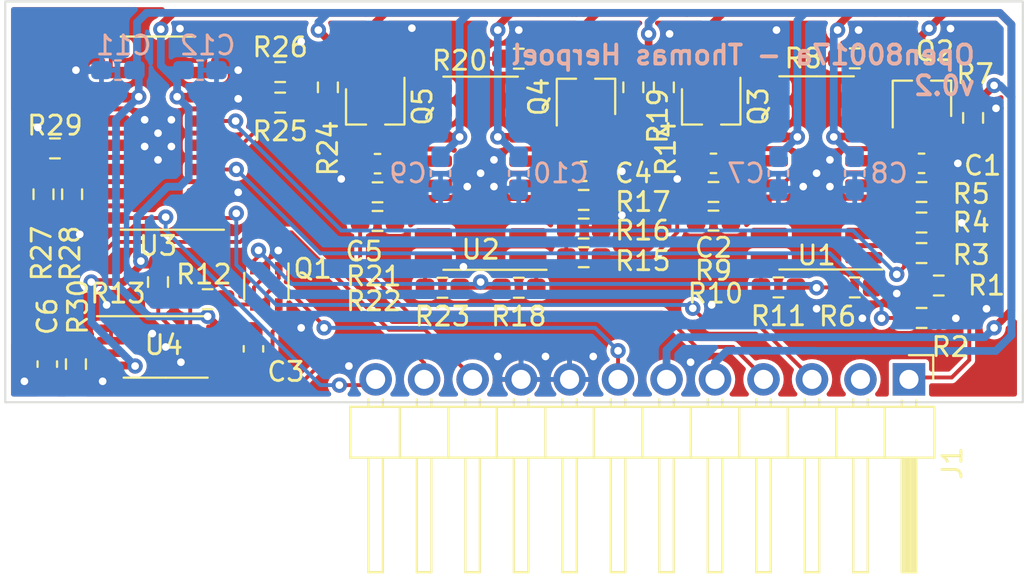
<source format=kicad_pcb>
(kicad_pcb (version 20240108) (generator "pcbnew") (generator_version "8.0")
  (title_block (comment 4 "AISLER Project ID: HVOPWVBR"))
  (layers (0 "F.Cu" signal) (1 "In1.Cu" signal) (2 "In2.Cu" signal) (31 "B.Cu" signal) (34 "B.Paste" user) (35 "F.Paste" user) (36 "B.SilkS" user "B.Silkscreen") (37 "F.SilkS" user "F.Silkscreen") (38 "B.Mask" user) (39 "F.Mask" user) (44 "Edge.Cuts" user))
  (net 0 "")
  (net 1 "Net-(Q2-G)")
  (net 2 "GND")
  (net 3 "Net-(Q3-G)")
  (net 4 "Net-(Q1A-C1)")
  (net 5 "Net-(C3-Pad2)")
  (net 6 "Net-(Q4-G)")
  (net 7 "Net-(Q5-G)")
  (net 8 "VCC")
  (net 9 "VEE")
  (net 10 "Net-(Q1A-E1)")
  (net 11 "IABC")
  (net 12 "VCF_CONT")
  (net 13 "Net-(Q2-S)")
  (net 14 "Net-(Q3-S)")
  (net 15 "Net-(Q4-S)")
  (net 16 "VCF_OUT")
  (net 17 "Net-(U3A-+)")
  (net 18 "VCF_IN")
  (net 19 "Net-(U1C--)")
  (net 20 "Net-(R6-Pad1)")
  (net 21 "Net-(U1A--)")
  (net 22 "Net-(R11-Pad1)")
  (net 23 "Net-(U2A--)")
  (net 24 "Net-(R18-Pad1)")
  (net 25 "Net-(U2C--)")
  (net 26 "Net-(R23-Pad1)")
  (net 27 "Net-(U3A--)")
  (net 28 "Net-(U3C--)")
  (net 29 "VCA_IN")
  (net 30 "Net-(U3C-+)")
  (net 35 "VCA_CONT")
  (net 38 "RESO_CONT")
  (net 39 "VCA_OUT")
  (net 41 "Net-(U4A-+)")
  (net 42 "Net-(U1-Pad7)")
  (net 43 "Net-(U1-Pad10)")
  (net 44 "Net-(U2-Pad7)")
  (net 45 "Net-(U2-Pad10)")
  (net 46 "Net-(U3-Pad7)")
  (net 47 "Net-(U3-Pad10)")
  (footprint "Resistor_SMD:R_0603_1608Metric_Pad0.98x0.95mm_HandSolder" (layer "F.Cu") (at 138.6 90.5825 180)
    (property "Reference" "R4")
    (property "Value" "560")
  )
  (footprint "Resistor_SMD:R_0603_1608Metric_Pad0.98x0.95mm_HandSolder" (layer "F.Cu") (at 107.5 83.5 90)
    (property "Reference" "R24")
    (property "Value" "15k")
  )
  (footprint "Resistor_SMD:R_0603_1608Metric_Pad0.98x0.95mm_HandSolder" (layer "F.Cu") (at 125.1 83.5 90)
    (property "Reference" "R14")
    (property "Value" "15k")
  )
  (footprint "Resistor_SMD:R_0603_1608Metric_Pad0.98x0.95mm_HandSolder" (layer "F.Cu") (at 117.5 82)
    (property "Reference" "R20")
    (property "Value" "68k")
  )
  (footprint "Capacitor_SMD:C_0603_1608Metric_Pad1.08x0.95mm_HandSolder" (layer "F.Cu") (at 103.6 97.2 90)
    (property "Reference" "C3")
    (property "Value" "47p")
  )
  (footprint "Resistor_SMD:R_0603_1608Metric_Pad0.98x0.95mm_HandSolder" (layer "F.Cu") (at 93.2 86.7 180)
    (property "Reference" "R29")
    (property "Value" "560")
  )
  (footprint "Resistor_SMD:R_0603_1608Metric_Pad0.98x0.95mm_HandSolder" (layer "F.Cu") (at 113.5 94)
    (property "Reference" "R23")
    (property "Value" "10k")
  )
  (footprint "Package_TO_SOT_SMD:TSOT-23" (layer "F.Cu") (at 121 84 90)
    (property "Reference" "Q4")
    (property "Value" "ZVP1320F")
  )
  (footprint "Package_SO:SOIC-16_3.9x9.9mm_P1.27mm" (layer "F.Cu") (at 115.5 88 180)
    (property "Reference" "U2")
    (property "Value" "LM13700")
  )
  (footprint "Connector_PinHeader_2.54mm:PinHeader_1x12_P2.54mm_Horizontal" (layer "F.Cu") (at 137.94 98.8 -90)
    (property "Reference" "J1")
    (property "Value" "Conn_01x12")
  )
  (footprint "Resistor_SMD:R_0603_1608Metric_Pad0.98x0.95mm_HandSolder" (layer "F.Cu") (at 120.9 90.9 180)
    (property "Reference" "R16")
    (property "Value" "560")
  )
  (footprint "Resistor_SMD:R_0603_1608Metric_Pad0.98x0.95mm_HandSolder" (layer "F.Cu") (at 92.6 89.1 -90)
    (property "Reference" "R27")
    (property "Value" "4.7k")
  )
  (footprint "Resistor_SMD:R_0603_1608Metric_Pad0.98x0.95mm_HandSolder" (layer "F.Cu") (at 94.1 89.1 -90)
    (property "Reference" "R28")
    (property "Value" "560")
  )
  (footprint "Capacitor_SMD:C_0603_1608Metric_Pad1.08x0.95mm_HandSolder" (layer "F.Cu") (at 138.6 87.4825)
    (property "Reference" "C1")
    (property "Value" "270p")
  )
  (footprint "Package_TO_SOT_SMD:TSOT-23" (layer "F.Cu") (at 110 84.5 -90)
    (property "Reference" "Q5")
    (property "Value" "ZVP1320F")
  )
  (footprint "Capacitor_SMD:C_0603_1608Metric_Pad1.08x0.95mm_HandSolder" (layer "F.Cu") (at 127.7 87.4825)
    (property "Reference" "C2")
    (property "Value" "270p")
  )
  (footprint "Capacitor_SMD:C_0603_1608Metric_Pad1.08x0.95mm_HandSolder" (layer "F.Cu") (at 92.8 98 90)
    (property "Reference" "C6")
    (property "Value" "47p")
  )
  (footprint "Resistor_SMD:R_0603_1608Metric_Pad0.98x0.95mm_HandSolder" (layer "F.Cu") (at 117.5 94 180)
    (property "Reference" "R18")
    (property "Value" "10k")
  )
  (footprint "Resistor_SMD:R_0603_1608Metric_Pad0.98x0.95mm_HandSolder" (layer "F.Cu") (at 98.6 93.7 -90)
    (property "Reference" "R13")
    (property "Value" "1.5M")
  )
  (footprint "Resistor_SMD:R_0603_1608Metric_Pad0.98x0.95mm_HandSolder" (layer "F.Cu") (at 105 84.3 180)
    (property "Reference" "R25")
    (property "Value" "100k")
  )
  (footprint "Package_TO_SOT_SMD:TSOT-23" (layer "F.Cu") (at 127.6 84.5 -90)
    (property "Reference" "Q3")
    (property "Value" "ZVP1320F")
  )
  (footprint "Resistor_SMD:R_0603_1608Metric_Pad0.98x0.95mm_HandSolder" (layer "F.Cu") (at 135.1 93.9825 180)
    (property "Reference" "R6")
    (property "Value" "10k")
  )
  (footprint "Resistor_SMD:R_0603_1608Metric_Pad0.98x0.95mm_HandSolder" (layer "F.Cu") (at 123.5 83.5 90)
    (property "Reference" "R19")
    (property "Value" "15k")
  )
  (footprint "Capacitor_SMD:C_0603_1608Metric_Pad1.08x0.95mm_HandSolder" (layer "F.Cu") (at 120.9 87.9 180)
    (property "Reference" "C4")
    (property "Value" "270p")
  )
  (footprint "Resistor_SMD:R_0603_1608Metric_Pad0.98x0.95mm_HandSolder" (layer "F.Cu") (at 110.1 90.5 180)
    (property "Reference" "R22")
    (property "Value" "68k")
  )
  (footprint "Resistor_SMD:R_0603_1608Metric_Pad0.98x0.95mm_HandSolder" (layer "F.Cu") (at 94.3 98 -90)
    (property "Reference" "R30")
    (property "Value" "47k")
  )
  (footprint "Package_SO:TSSOP-8_4.4x3mm_P0.65mm" (layer "F.Cu") (at 99 97.1)
    (property "Reference" "U4")
    (property "Value" "TL072")
  )
  (footprint "Resistor_SMD:R_0603_1608Metric_Pad0.98x0.95mm_HandSolder" (layer "F.Cu") (at 141.3 85.1 90)
    (property "Reference" "R7")
    (property "Value" "15k")
  )
  (footprint "Package_SO:SOIC-16_3.9x9.9mm_P1.27mm" (layer "F.Cu") (at 133.1 87.9825 180)
    (property "Reference" "U1")
    (property "Value" "LM13700")
  )
  (footprint "Resistor_SMD:R_0603_1608Metric_Pad0.98x0.95mm_HandSolder" (layer "F.Cu") (at 120.9 89.4)
    (property "Reference" "R17")
    (property "Value" "68k")
  )
  (footprint "Resistor_SMD:R_0603_1608Metric_Pad0.98x0.95mm_HandSolder" (layer "F.Cu") (at 105 82.7)
    (property "Reference" "R26")
    (property "Value" "1.5k")
  )
  (footprint "Resistor_SMD:R_0603_1608Metric_Pad0.98x0.95mm_HandSolder" (layer "F.Cu") (at 101.2 94.6)
    (property "Reference" "R12")
    (property "Value" "1.5k")
  )
  (footprint "Resistor_SMD:R_0603_1608Metric_Pad0.98x0.95mm_HandSolder" (layer "F.Cu") (at 131.1 93.9825)
    (property "Reference" "R11")
    (property "Value" "10k")
  )
  (footprint "Resistor_SMD:R_0603_1608Metric_Pad0.98x0.95mm_HandSolder" (layer "F.Cu") (at 110.1 89)
    (property "Reference" "R21")
    (property "Value" "560")
  )
  (footprint "Capacitor_SMD:C_0603_1608Metric_Pad1.08x0.95mm_HandSolder" (layer "F.Cu") (at 110.1 87.5)
    (property "Reference" "C5")
    (property "Value" "270p")
  )
  (footprint "Resistor_SMD:R_0603_1608Metric_Pad0.98x0.95mm_HandSolder" (layer "F.Cu") (at 138.6 88.9825 180)
    (property "Reference" "R5")
    (property "Value" "68k")
  )
  (footprint "Resistor_SMD:R_0603_1608Metric_Pad0.98x0.95mm_HandSolder" (layer "F.Cu") (at 135.1 81.9825)
    (property "Reference" "R8")
    (property "Value" "68k")
  )
  (footprint "Package_SO:SOIC-16_3.9x9.9mm_P1.27mm" (layer "F.Cu") (at 98.6 85.9 180)
    (property "Reference" "U3")
    (property "Value" "LM13700")
  )
  (footprint "Resistor_SMD:R_0603_1608Metric_Pad0.98x0.95mm_HandSolder" (layer "F.Cu") (at 138.6 92.1825)
    (property "Reference" "R3")
    (property "Value" "4.7k")
  )
  (footprint "Package_TO_SOT_SMD:SOT-363_SC-70-6" (layer "F.Cu") (at 104.275 93.925 -90)
    (property "Reference" "Q1")
    (property "Value" "MMDT3906")
  )
  (footprint "Resistor_SMD:R_0603_1608Metric_Pad0.98x0.95mm_HandSolder" (layer "F.Cu") (at 127.7 90.4825 180)
    (property "Reference" "R10")
    (property "Value" "68k")
  )
  (footprint "Resistor_SMD:R_0603_1608Metric_Pad0.98x0.95mm_HandSolder" (layer "F.Cu") (at 127.7 88.9825)
    (property "Reference" "R9")
    (property "Value" "560")
  )
  (footprint "Resistor_SMD:R_0603_1608Metric_Pad0.98x0.95mm_HandSolder" (layer "F.Cu") (at 138.602703 95.5825 180)
    (property "Reference" "R2")
    (property "Value" "1.5k")
  )
  (footprint "Resistor_SMD:R_0603_1608Metric_Pad0.98x0.95mm_HandSolder" (layer "F.Cu") (at 120.9 92.4)
    (property "Reference" "R15")
    (property "Value" "68k")
  )
  (footprint "Package_TO_SOT_SMD:TSOT-23" (layer "F.Cu") (at 138.6 84.1 90)
    (property "Reference" "Q2")
    (property "Value" "ZVP1320F")
  )
  (footprint "Resistor_SMD:R_0603_1608Metric_Pad0.98x0.95mm_HandSolder" (layer "F.Cu") (at 139.5 93.8825)
    (property "Reference" "R1")
    (property "Value" "24k")
  )
  (footprint "Capacitor_SMD:C_0603_1608Metric_Pad1.08x0.95mm_HandSolder" (layer "B.Cu") (at 100.8 82.6)
    (property "Reference" "C12")
    (property "Value" "100n")
  )
  (footprint "Capacitor_SMD:C_0603_1608Metric_Pad1.08x0.95mm_HandSolder" (layer "B.Cu") (at 117.5 88 -90)
    (property "Reference" "C10")
    (property "Value" "100n")
  )
  (footprint "Capacitor_SMD:C_0603_1608Metric_Pad1.08x0.95mm_HandSolder" (layer "B.Cu") (at 135.1 88 -90)
    (property "Reference" "C8")
    (property "Value" "100n")
  )
  (footprint "Capacitor_SMD:C_0603_1608Metric_Pad1.08x0.95mm_HandSolder" (layer "B.Cu") (at 131.1 88 90)
    (property "Reference" "C7")
    (property "Value" "100n")
  )
  (footprint "Capacitor_SMD:C_0603_1608Metric_Pad1.08x0.95mm_HandSolder" (layer "B.Cu") (at 96.5 82.6)
    (property "Reference" "C11")
    (property "Value" "100n")
  )
  (footprint "Capacitor_SMD:C_0603_1608Metric_Pad1.08x0.95mm_HandSolder" (layer "B.Cu") (at 113.4 88 90)
    (property "Reference" "C9")
    (property "Value" "100n")
  )
  (gr_rect (start 90.6 79) (end 143.9 100) (stroke (width 0.1)) (fill none) (layer "Edge.Cuts"))
  (gr_text "Open80017a - Thomas Herpoel\nv0.2" (at 141.5 84 0) (layer "B.SilkS") (effects (font (size 1 1) (thickness 0.2) (bold yes)) (justify left bottom mirror)))
  (segment (start 137.7375 87.4825) (end 135.71 87.4825) (width 0.2032) (layer "F.Cu") (net 1))
  (segment (start 137.6 87.345) (end 137.6 85.46) (width 0.2032) (layer "F.Cu") (net 1))
  (segment (start 137.7375 87.4825) (end 137.6 87.345) (width 0.2032) (layer "F.Cu") (net 1))
  (segment (start 137.6 85.46) (end 137.65 85.41) (width 0.2032) (layer "F.Cu") (net 1))
  (segment (start 135.71 87.4825) (end 135.575 87.3475) (width 0.2032) (layer "F.Cu") (net 1))
  (segment (start 134.2875 89.8875) (end 135.575 89.8875) (width 0.254) (layer "F.Cu") (net 2))
  (segment (start 91.6375 98.8625) (end 91.6 98.9) (width 0.2032) (layer "F.Cu") (net 2))
  (segment (start 92.2875 86.7) (end 92.2875 85.6125) (width 0.2032) (layer "F.Cu") (net 2))
  (segment (start 125.8 88.3) (end 126.105 88.3) (width 0.2032) (layer "F.Cu") (net 2))
  (segment (start 126.105 88.3) (end 126.7875 88.9825) (width 0.2032) (layer "F.Cu") (net 2))
  (segment (start 140.3782 95.5825) (end 140.3957 95.6) (width 0.2032) (layer "F.Cu") (net 2))
  (segment (start 114.8 88.7) (end 114.8 89.2) (width 0.2032) (layer "F.Cu") (net 2))
  (segment (start 114.095 89.905) (end 113.025 89.905) (width 0.2032) (layer "F.Cu") (net 2))
  (segment (start 95.6875 98.9125) (end 95.7 98.9) (width 0.2032) (layer "F.Cu") (net 2))
  (segment (start 116.2 88.7) (end 116.2 89.2) (width 0.2032) (layer "F.Cu") (net 2))
  (segment (start 104.852702 92.047298) (end 104.275 92.625) (width 0.2032) (layer "F.Cu") (net 2))
  (segment (start 108.2 88.3) (end 108.4375 88.3) (width 0.2032) (layer "F.Cu") (net 2))
  (segment (start 92.8 98.8625) (end 91.6375 98.8625) (width 0.2032) (layer "F.Cu") (net 2))
  (segment (start 94.1 90.0125) (end 94.1 90.8) (width 0.2032) (layer "F.Cu") (net 2))
  (segment (start 140.5 87.4825) (end 139.4625 87.4825) (width 0.254) (layer "F.Cu") (net 2))
  (segment (start 122.2 90.9) (end 122.9 90.2) (width 0.2032) (layer "F.Cu") (net 2))
  (segment (start 133.8 88.7) (end 133.8 89.4) (width 0.254) (layer "F.Cu") (net 2))
  (segment (start 125.8 88.3) (end 126.02 88.3) (width 0.2032) (layer "F.Cu") (net 2))
  (segment (start 105.9125 81.2875) (end 105.9125 82.7) (width 0.2032) (layer "F.Cu") (net 2))
  (segment (start 121.8125 90.9) (end 122.2 90.9) (width 0.2032) (layer "F.Cu") (net 2))
  (segment (start 140.6825 90.5825) (end 140.7 90.6) (width 0.2032) (layer "F.Cu") (net 2))
  (segment (start 139.5125 90.5825) (end 140.6825 90.5825) (width 0.2032) (layer "F.Cu") (net 2))
  (segment (start 121.7625 87.9) (end 122.9 87.9) (width 0.2032) (layer "F.Cu") (net 2))
  (segment (start 106.1 81.1) (end 105.9125 81.2875) (width 0.2032) (layer "F.Cu") (net 2))
  (segment (start 139.515203 95.5825) (end 140.3782 95.5825) (width 0.2032) (layer "F.Cu") (net 2))
  (segment (start 114.8 89.2) (end 114.095 89.905) (width 0.2032) (layer "F.Cu") (net 2))
  (segment (start 131.7125 89.8875) (end 130.625 89.8875) (width 0.254) (layer "F.Cu") (net 2))
  (segment (start 92.2875 85.6125) (end 92.3 85.6) (width 0.2032) (layer "F.Cu") (net 2))
  (segment (start 104.9 92.047298) (end 104.852702 92.047298) (width 0.2032) (layer "F.Cu") (net 2))
  (segment (start 132.4 88.7) (end 132.4 89.2) (width 0.254) (layer "F.Cu") (net 2))
  (segment (start 94.3 98.9125) (end 95.6875 98.9125) (width 0.2032) (layer "F.Cu") (net 2))
  (segment (start 108.4875 88.3) (end 109.1875 89) (width 0.2032) (layer "F.Cu") (net 2))
  (segment (start 108.2 88.3) (end 108.4875 88.3) (width 0.2032) (layer "F.Cu") (net 2))
  (segment (start 108.4375 88.3) (end 109.2375 87.5) (width 0.2032) (layer "F.Cu") (net 2))
  (segment (start 94.1 90.8) (end 94.5 91.2) (width 0.2032) (layer "F.Cu") (net 2))
  (segment (start 116.905 89.905) (end 117.975 89.905) (width 0.2032) (layer "F.Cu") (net 2))
  (segment (start 104.275 92.625) (end 104.275 92.975) (width 0.2032) (layer "F.Cu") (net 2))
  (segment (start 132.4 89.2) (end 131.7125 89.8875) (width 0.254) (layer "F.Cu") (net 2))
  (segment (start 126.02 88.3) (end 126.8375 87.4825) (width 0.2032) (layer "F.Cu") (net 2))
  (segment (start 116.2 89.2) (end 116.905 89.905) (width 0.2032) (layer "F.Cu") (net 2))
  (segment (start 133.8 89.4) (end 134.2875 89.8875) (width 0.254) (layer "F.Cu") (net 2))
  (via (at 140.5 87.4825) (size 0.8) (drill 0.4) (layers "F.Cu" "B.Cu") (net 2))
  (via (at 116.2 87.3) (size 0.8) (drill 0.4) (layers "F.Cu" "B.Cu") (net 2))
  (via (at 118.9 97.6) (size 0.8) (drill 0.4) (layers "F.Cu" "B.Cu") (net 2))
  (via (at 102.8 84.1) (size 0.8) (drill 0.4) (layers "F.Cu" "B.Cu") (net 2))
  (via (at 133.8 87.3) (size 0.8) (drill 0.4) (layers "F.Cu" "B.Cu") (net 2))
  (via (at 98.3 96.4) (size 0.8) (drill 0.4) (layers "F.Cu" "B.Cu") (net 2))
  (via (at 106.1 96.1) (size 0.8) (drill 0.4) (layers "F.Cu" "B.Cu") (net 2))
  (via (at 140.116908 80.422808) (size 0.8) (drill 0.4) (layers "F.Cu" "B.Cu") (net 2))
  (via (at 140.3957 95.6) (size 0.8) (drill 0.4) (layers "F.Cu" "B.Cu") (net 2))
  (via (at 91.6 98.9) (size 0.8) (drill 0.4) (layers "F.Cu" "B.Cu") (net 2))
  (via (at 133.1 95.1) (size 0.8) (drill 0.4) (layers "F.Cu" "B.Cu") (net 2))
  (via (at 108.2 88.3) (size 0.8) (drill 0.4) (layers "F.Cu" "B.Cu") (net 2))
  (via (at 99.749395 80.422705) (size 0.8) (drill 0.4) (layers "F.Cu" "B.Cu") (net 2))
  (via (at 127.602703 94.9) (size 0.8) (drill 0.4) (layers "F.Cu" "B.Cu") (net 2))
  (via (at 106.1 81.1) (size 0.8) (drill 0.4) (layers "F.Cu" "B.Cu") (net 2))
  (via (at 131 80.5) (size 0.8) (drill 0.4) (layers "F.Cu" "B.Cu") (net 2))
  (via (at 98.6 87.3) (size 0.8) (drill 0.4) (layers "F.Cu" "B.Cu") (net 2))
  (via (at 99.3 86.6) (size 0.8) (drill 0.4) (layers "F.Cu" "B.Cu") (net 2))
  (via (at 116.4 97.6) (size 0.8) (drill 0.4) (layers "F.Cu" "B.Cu") (net 2))
  (via (at 125.8 88.3) (size 0.8) (drill 0.4) (layers "F.Cu" "B.Cu") (net 2))
  (via (at 125.4 80.7) (size 0.8) (drill 0.4) (layers "F.Cu" "B.Cu") (net 2))
  (via (at 115.5 88) (size 0.8) (drill 0.4) (layers "F.Cu" "B.Cu") (net 2))
  (via (at 121.4 97.6) (size 0.8) (drill 0.4) (layers "F.Cu" "B.Cu") (net 2))
  (via (at 114.6 92.9) (size 0.8) (drill 0.4) (layers "F.Cu" "B.Cu") (net 2))
  (via (at 114.8 88.7) (size 0.8) (drill 0.4) (layers "F.Cu" "B.Cu") (net 2))
  (via (at 142 95.1) (size 0.8) (drill 0.4) (layers "F.Cu" "B.Cu") (net 2))
  (via (at 142.5 84.6) (size 0.8) (drill 0.4) (layers "F.Cu" "B.Cu") (net 2))
  (via (at 111.9 80.4) (size 0.8) (drill 0.4) (layers "F.Cu" "B.Cu") (net 2))
  (via (at 92.3 85.6) (size 0.8) (drill 0.4) (layers "F.Cu" "B.Cu") (net 2))
  (via (at 102.8 82.6) (size 0.8) (drill 0.4) (layers "F.Cu" "B.Cu") (net 2))
  (via (at 126.5 97.9) (size 0.8) (drill 0.4) (layers "F.Cu" "B.Cu") (net 2))
  (via (at 94.3 82.6) (size 0.8) (drill 0.4) (layers "F.Cu" "B.Cu") (net 2))
  (via (at 98.6 85.9) (size 0.8) (drill 0.4) (layers "F.Cu" "B.Cu") (net 2))
  (via (at 122.9 87.9) (size 0.8) (drill 0.4) (layers "F.Cu" "B.Cu") (net 2))
  (via (at 102.8 89) (size 0.8) (drill 0.4) (layers "F.Cu" "B.Cu") (net 2))
  (via (at 133.8 88.7) (size 0.8) (drill 0.4) (layers "F.Cu" "B.Cu") (net 2))
  (via (at 99.8 97.9) (size 0.8) (drill 0.4) (layers "F.Cu" "B.Cu") (net 2))
  (via (at 99.3 85.2) (size 0.8) (drill 0.4) (layers "F.Cu" "B.Cu") (net 2))
  (via (at 97.9 85.2) (size 0.8) (drill 0.4) (layers "F.Cu" "B.Cu") (net 2))
  (via (at 140.7 90.6) (size 0.8) (drill 0.4) (layers "F.Cu" "B.Cu") (net 2))
  (via (at 116.2 88.7) (size 0.8) (drill 0.4) (layers "F.Cu" "B.Cu") (net 2))
  (via (at 94.5 91.2) (size 0.8) (drill 0.4) (layers "F.Cu" "B.Cu") (net 2))
  (via (at 137.3 94.302703) (size 0.8) (drill 0.4) (layers "F.Cu" "B.Cu") (net 2))
  (via (at 104.9 92.047298) (size 0.8) (drill 0.4) (layers "F.Cu" "B.Cu") (net 2))
  (via (at 132.4 88.7) (size 0.8) (drill 0.4) (layers "F.Cu" "B.Cu") (net 2))
  (via (at 108.6 98.1) (size 0.8) (drill 0.4) (layers "F.Cu" "B.Cu") (net 2))
  (via (at 97.9 86.6) (size 0.8) (drill 0.4) (layers "F.Cu" "B.Cu") (net 2))
  (via (at 99 97.1) (size 0.8) (drill 0.4) (layers "F.Cu" "B.Cu") (net 2))
  (via (at 117.5 80.5) (size 0.8) (drill 0.4) (layers "F.Cu" "B.Cu") (net 2))
  (via (at 122.9 90.2) (size 0.8) (drill 0.4) (layers "F.Cu" "B.Cu") (net 2))
  (via (at 95.7 98.9) (size 0.8) (drill 0.4) (layers "F.Cu" "B.Cu") (net 2))
  (via (at 133.1 88) (size 0.8) (drill 0.4) (layers "F.Cu" "B.Cu") (net 2))
  (via (at 135.3 80.5) (size 0.8) (drill 0.4) (layers "F.Cu" "B.Cu") (net 2))
  (via (at 135.5 95.6) (size 0.8) (drill 0.4) (layers "F.Cu" "B.Cu") (net 2))
  (via (at 95.9059 94.9) (size 0.8) (drill 0.4) (layers "F.Cu" "B.Cu") (net 2))
  (segment (start 114.8 88.7) (end 114.6375 88.8625) (width 0.4064) (layer "B.Cu") (net 2))
  (segment (start 132.4 88.7) (end 132.2375 88.8625) (width 0.4064) (layer "B.Cu") (net 2))
  (segment (start 114.6375 88.8625) (end 113.4 88.8625) (width 0.4064) (layer "B.Cu") (net 2))
  (segment (start 133.9625 88.8625) (end 135.1 88.8625) (width 0.4064) (layer "B.Cu") (net 2))
  (segment (start 132.2375 88.8625) (end 131.1 88.8625) (width 0.4064) (layer "B.Cu") (net 2))
  (segment (start 116.2 88.7) (end 116.3625 88.8625) (width 0.4064) (layer "B.Cu") (net 2))
  (segment (start 116.3625 88.8625) (end 117.5 88.8625) (width 0.4064) (layer "B.Cu") (net 2))
  (segment (start 95.6375 82.6) (end 94.3 82.6) (width 0.4064) (layer "B.Cu") (net 2))
  (segment (start 133.8 88.7) (end 133.9625 88.8625) (width 0.4064) (layer "B.Cu") (net 2))
  (segment (start 101.6625 82.6) (end 102.8 82.6) (width 0.4064) (layer "B.Cu") (net 2))
  (segment (start 128.6975 87.3475) (end 128.5625 87.4825) (width 0.2032) (layer "F.Cu") (net 3))
  (segment (start 128.7 87.345) (end 128.5625 87.4825) (width 0.2032) (layer "F.Cu") (net 3))
  (segment (start 130.625 87.3475) (end 128.6975 87.3475) (width 0.2032) (layer "F.Cu") (net 3))
  (segment (start 128.7 83.34) (end 128.7 87.345) (width 0.2032) (layer "F.Cu") (net 3))
  (segment (start 128.55 83.19) (end 128.7 83.34) (width 0.2032) (layer "F.Cu") (net 3))
  (segment (start 101.8625 97.425) (end 100.625 97.425) (width 0.2032) (layer "F.Cu") (net 4))
  (segment (start 103.3 98.1) (end 103.7375 98.1) (width 0.2032) (layer "F.Cu") (net 4))
  (segment (start 104.6 97.5) (end 104.0375 98.0625) (width 0.2032) (layer "F.Cu") (net 4))
  (segment (start 102.625 97.425) (end 103.3 98.1) (width 0.2032) (layer "F.Cu") (net 4))
  (segment (start 104.6 96.3) (end 104.6 97.5) (width 0.2032) (layer "F.Cu") (net 4))
  (segment (start 104.925 95.975) (end 104.6 96.3) (width 0.2032) (layer "F.Cu") (net 4))
  (segment (start 104.0375 98.0625) (end 103.6 98.0625) (width 0.2032) (layer "F.Cu") (net 4))
  (segment (start 98.6125 95.4125) (end 98.6125 94.6) (width 0.2032) (layer "F.Cu") (net 4))
  (segment (start 101.8625 97.425) (end 102.625 97.425) (width 0.2032) (layer "F.Cu") (net 4))
  (segment (start 100.625 97.425) (end 98.6125 95.4125) (width 0.2032) (layer "F.Cu") (net 4))
  (segment (start 104.925 94.875) (end 104.925 95.975) (width 0.2032) (layer "F.Cu") (net 4))
  (segment (start 100.2875 94.6) (end 100.2875 95.9875) (width 0.2032) (layer "F.Cu") (net 5))
  (segment (start 101.8625 96.775) (end 103.1625 96.775) (width 0.2032) (layer "F.Cu") (net 5))
  (segment (start 101.075 96.775) (end 101.8625 96.775) (width 0.2032) (layer "F.Cu") (net 5))
  (segment (start 103.1625 96.775) (end 103.6 96.3375) (width 0.2032) (layer "F.Cu") (net 5))
  (segment (start 100.2875 95.9875) (end 101.075 96.775) (width 0.2032) (layer "F.Cu") (net 5))
  (segment (start 119.4 87.9) (end 120.0375 87.9) (width 0.2032) (layer "F.Cu") (net 6))
  (segment (start 118.865 87.365) (end 119.4 87.9) (width 0.2032) (layer "F.Cu") (net 6))
  (segment (start 120.05 85.31) (end 120.05 87.8875) (width 0.2032) (layer "F.Cu") (net 6))
  (segment (start 120.05 87.8875) (end 120.0375 87.9) (width 0.2032) (layer "F.Cu") (net 6))
  (segment (start 117.975 87.365) (end 118.865 87.365) (width 0.2032) (layer "F.Cu") (net 6))
  (segment (start 111.1 83.34) (end 110.95 83.19) (width 0.2032) (layer "F.Cu") (net 7))
  (segment (start 111.1 87.3625) (end 111.1 83.34) (width 0.2032) (layer "F.Cu") (net 7))
  (segment (start 113.025 87.365) (end 111.0975 87.365) (width 0.2032) (layer "F.Cu") (net 7))
  (segment (start 111.0975 87.365) (end 110.9625 87.5) (width 0.2032) (layer "F.Cu") (net 7))
  (segment (start 110.9625 87.5) (end 111.1 87.3625) (width 0.2032) (layer "F.Cu") (net 7))
  (segment (start 107.5 82.5875) (end 107.5 81) (width 0.4064) (layer "F.Cu") (net 8))
  (segment (start 141.6125 84.1875) (end 142.4 83.4) (width 0.4064) (layer "F.Cu") (net 8))
  (segment (start 114.395 86.095) (end 114.4 86.1) (width 0.4064) (layer "F.Cu") (net 8))
  (segment (start 132.0732 86.0775) (end 132.0957 86.1) (width 0.4064) (layer "F.Cu") (net 8))
  (segment (start 101.8625 96.125) (end 101.825 96.125) (width 0.4064) (layer "F.Cu") (net 8))
  (segment (start 107.5 81) (end 107 80.5) (width 0.4064) (layer "F.Cu") (net 8))
  (segment (start 130.625 86.0775) (end 132.0732 86.0775) (width 0.4064) (layer "F.Cu") (net 8))
  (segment (start 101.825 96.125) (end 101.2 95.5) (width 0.4064) (layer "F.Cu") (net 8))
  (segment (start 97.5907 83.995) (end 96.125 83.995) (width 0.4064) (layer "F.Cu") (net 8))
  (segment (start 124.3 81.7875) (end 123.5 82.5875) (width 0.4064) (layer "F.Cu") (net 8))
  (segment (start 113.025 86.095) (end 114.395 86.095) (width 0.4064) (layer "F.Cu") (net 8))
  (segment (start 125.1 82.5875) (end 124.3 81.7875) (width 0.4064) (layer "F.Cu") (net 8))
  (segment (start 124.3 80.7) (end 124.3 81.7875) (width 0.4064) (layer "F.Cu") (net 8))
  (segment (start 141.3 84.1875) (end 141.6125 84.1875) (width 0.4064) (layer "F.Cu") (net 8))
  (via (at 142.4 83.4) (size 0.8) (drill 0.4) (layers "F.Cu" "B.Cu") (net 8))
  (via (at 114.4 86.1) (size 0.8) (drill 0.4) (layers "F.Cu" "B.Cu") (net 8))
  (via (at 101.2 95.5) (size 0.8) (drill 0.4) (layers "F.Cu" "B.Cu") (net 8))
  (via (at 132.0957 86.1) (size 0.8) (drill 0.4) (layers "F.Cu" "B.Cu") (net 8))
  (via (at 97.5907 83.995) (size 0.8) (drill 0.4) (layers "F.Cu" "B.Cu") (net 8))
  (via (at 107 80.5) (size 0.8) (drill 0.4) (layers "F.Cu" "B.Cu") (net 8))
  (via (at 124.3 80.7) (size 0.8) (drill 0.4) (layers "F.Cu" "B.Cu") (net 8))
  (segment (start 120.3 79.6) (end 118.5 79.6) (width 0.4064) (layer "B.Cu") (net 8))
  (segment (start 142.4 83.4) (end 142.7096 83.4) (width 0.4064) (layer "B.Cu") (net 8))
  (segment (start 132.5 79.6) (end 127.1 79.6) (width 0.4064) (layer "B.Cu") (net 8))
  (segment (start 114.4 86.1375) (end 113.4 87.1375) (width 0.4064) (layer "B.Cu") (net 8))
  (segment (start 114.4 86.1) (end 114.4 86.1375) (width 0.4064) (layer "B.Cu") (net 8))
  (segment (start 107.5 79.6) (end 98.1 79.6) (width 0.4064) (layer "B.Cu") (net 8))
  (segment (start 142.7 79.6) (end 137.5 79.6) (width 0.4064) (layer "B.Cu") (net 8))
  (segment (start 128.4 97.3) (end 133 97.3) (width 0.4064) (layer "B.Cu") (net 8))
  (segment (start 98 79.6) (end 98.1 79.6) (width 0.4064) (layer "B.Cu") (net 8))
  (segment (start 127.78 97.92) (end 128.4 97.3) (width 0.4064) (layer "B.Cu") (net 8))
  (segment (start 97.5 80.1) (end 97.5 82.4625) (width 0.4064) (layer "B.Cu") (net 8))
  (segment (start 98.1 95.5) (end 101.2 95.5) (width 0.4064) (layer "B.Cu") (net 8))
  (segment (start 127.1 79.6) (end 124.8 79.6) (width 0.4064) (layer "B.Cu") (net 8))
  (segment (start 136.2 79.6) (end 132.5 79.6) (width 0.4064) (layer "B.Cu") (net 8))
  (segment (start 131.1 87.0957) (end 132.0957 86.1) (width 0.4064) (layer "B.Cu") (net 8))
  (segment (start 124.3 80.1) (end 124.8 79.6) (width 0.4064) (layer "B.Cu") (net 8))
  (segment (start 133.0096 97.3096) (end 142.4904 97.3096) (width 0.4064) (layer "B.Cu") (net 8))
  (segment (start 142.4904 97.3096) (end 143.3096 96.4904) (width 0.4064) (layer "B.Cu") (net 8))
  (segment (start 107 80.5) (end 107 80.1) (width 0.4064) (layer "B.Cu") (net 8))
  (segment (start 124.3 80.7) (end 124.3 80.1) (width 0.4064) (layer "B.Cu") (net 8))
  (segment (start 97.5 80.1) (end 98 79.6) (width 0.4064) (layer "B.Cu") (net 8))
  (segment (start 118.5 79.6) (end 114.9 79.6) (width 0.4064) (layer "B.Cu") (net 8))
  (segment (start 107 80.1) (end 107.5 79.6) (width 0.4064) (layer "B.Cu") (net 8))
  (segment (start 96.4 93.8) (end 98.1 95.5) (width 0.4064) (layer "B.Cu") (net 8))
  (segment (start 124.8 79.6) (end 120.3 79.6) (width 0.4064) (layer "B.Cu") (net 8))
  (segment (start 114.9 79.6) (end 109.5 79.6) (width 0.4064) (layer "B.Cu") (net 8))
  (segment (start 142.7096 83.4) (end 143.3096 84) (width 0.4064) (layer "B.Cu") (net 8))
  (segment (start 132.0957 80.0043) (end 132.5 79.6) (width 0.4064) (layer "B.Cu") (net 8))
  (segment (start 132.0957 86.1) (end 132.0957 80.0043) (width 0.4064) (layer "B.Cu") (net 8))
  (segment (start 109.5 79.6) (end 107.5 79.6) (width 0.4064) (layer "B.Cu") (net 8))
  (segment (start 143.3096 80.2096) (end 142.7 79.6) (width 0.4064) (layer "B.Cu") (net 8))
  (segment (start 97.5907 83.995) (end 96.4 85.1857) (width 0.4064) (layer "B.Cu") (net 8))
  (segment (start 131.1 87.1375) (end 131.1 87.0957) (width 0.4064) (layer "B.Cu") (net 8))
  (segment (start 137.5 79.6) (end 136.2 79.6) (width 0.4064) (layer "B.Cu") (net 8))
  (segment (start 114.4 86.1) (end 114.4 80.1) (width 0.4064) (layer "B.Cu") (net 8))
  (segment (start 97.5907 82.8282) (end 97.3625 82.6) (width 0.4064) (layer "B.Cu") (net 8))
  (segment (start 97.5 82.4625) (end 97.3625 82.6) (width 0.4064) (layer "B.Cu") (net 8))
  (segment (start 133 97.3) (end 133.0096 97.3096) (width 0.4064) (layer "B.Cu") (net 8))
  (segment (start 143.3096 96.4904) (end 143.3096 84) (width 0.4064) (layer "B.Cu") (net 8))
  (segment (start 114.4 80.1) (end 114.9 79.6) (width 0.4064) (layer "B.Cu") (net 8))
  (segment (start 97.5907 83.995) (end 97.5907 82.8282) (width 0.4064) (layer "B.Cu") (net 8))
  (segment (start 96.4 85.1857) (end 96.4 93.8) (width 0.4064) (layer "B.Cu") (net 8))
  (segment (start 127.78 98.7) (end 127.78 97.92) (width 0.4064) (layer "B.Cu") (net 8))
  (segment (start 143.3096 84) (end 143.3096 80.2096) (width 0.4064) (layer "B.Cu") (net 8))
  (segment (start 120.9 79.6) (end 120.5059 79.6) (width 0.4064) (layer "F.Cu") (net 9))
  (segment (start 138.6 80.8) (end 138.6 82.79) (width 0.4064) (layer "F.Cu") (net 9))
  (segment (start 137.9096 79.6) (end 134.9 79.6) (width 0.4064) (layer "F.Cu") (net 9))
  (segment (start 121 82.69) (end 121 80.2) (width 0.4064) (layer "F.Cu") (net 9))
  (segment (start 139.8 79.6) (end 139.9 79.6) (width 0.4064) (layer "F.Cu") (net 9))
  (segment (start 116.4 80.3) (end 117.1 79.6) (width 0.4064) (layer "F.Cu") (net 9))
  (segment (start 128.2 79.6) (end 126.3 79.6) (width 0.4064) (layer "F.Cu") (net 9))
  (segment (start 97.375 98.075) (end 96.1375 98.075) (width 0.4064) (layer "F.Cu") (net 9))
  (segment (start 139 79.6) (end 137.9096 79.6) (width 0.4064) (layer "F.Cu") (net 9))
  (segment (start 138.9941 80.4059) (end 139.8 79.6) (width 0.4064) (layer "F.Cu") (net 9))
  (segment (start 110 85.81) (end 110 80.1) (width 0.4064) (layer "F.Cu") (net 9))
  (segment (start 134.2 80.3) (end 134.9 79.6) (width 0.4064) (layer "F.Cu") (net 9))
  (segment (start 121.4 79.6) (end 120.9 79.6) (width 0.4064) (layer "F.Cu") (net 9))
  (segment (start 142.7 79.6) (end 139.9 79.6) (width 0.4064) (layer "F.Cu") (net 9))
  (segment (start 110.5 79.6) (end 106.8 79.6) (width 0.4064) (layer "F.Cu") (net 9))
  (segment (start 120.5059 79.6) (end 117.1 79.6) (width 0.4064) (layer "F.Cu") (net 9))
  (segment (start 139.9 79.6) (end 139 79.6) (width 0.4064) (layer "F.Cu") (net 9))
  (segment (start 126.3 79.6) (end 121.4 79.6) (width 0.4064) (layer "F.Cu") (net 9))
  (segment (start 117.975 86.095) (end 116.405 86.095) (width 0.4064) (layer "F.Cu") (net 9))
  (segment (start 96.8 93.7) (end 95.1 93.7) (width 0.4064) (layer "F.Cu") (net 9))
  (segment (start 117.1 79.6) (end 110.5 79.6) (width 0.4064) (layer "F.Cu") (net 9))
  (segment (start 110 80.1) (end 110.5 79.6) (width 0.4064) (layer "F.Cu") (net 9))
  (segment (start 99.6 83.995) (end 101.075 83.995) (width 0.4064) (layer "F.Cu") (net 9))
  (segment (start 142.4 96.1) (end 143.3 95.2) (width 0.4064) (layer "F.Cu") (net 9))
  (segment (start 127.6 85.81) (end 127.6 80.2) (width 0.4064) (layer "F.Cu") (net 9))
  (segment (start 127.6 80.2) (end 128.2 79.6) (width 0.4064) (layer "F.Cu") (net 9))
  (segment (start 97.4 98.1) (end 97.375 98.075) (width 0.4064) (layer "F.Cu") (net 9))
  (segment (start 134.2 80.5) (end 134.2 80.3) (width 0.4064) (layer "F.Cu") (net 9))
  (segment (start 99.401931 79.6) (end 106.8 79.6) (width 0.4064) (layer "F.Cu") (net 9))
  (segment (start 134.0225 86.0775) (end 134 86.1) (width 0.4064) (layer "F.Cu") (net 9))
  (segment (start 134.9 79.6) (end 128.2 79.6) (width 0.4064) (layer "F.Cu") (net 9))
  (segment (start 97.7 92.6) (end 97.8875 92.7875) (width 0.4064) (layer "F.Cu") (net 9))
  (segment (start 98.747269 80.4567) (end 98.747269 80.254662) (width 0.4064) (layer "F.Cu") (net 9))
  (segment (start 143.3 95.2) (end 143.3 80.2) (width 0.4064) (layer "F.Cu") (net 9))
  (segment (start 98.747269 80.254662) (end 99.401931 79.6) (width 0.4064) (layer "F.Cu") (net 9))
  (segment (start 97.7 92.6) (end 97.7 92.8) (width 0.4064) (layer "F.Cu") (net 9))
  (segment (start 116.405 86.095) (end 116.4 86.1) (width 0.4064) (layer "F.Cu") (net 9))
  (segment (start 116.4 80.5) (end 116.4 80.3) (width 0.4064) (layer "F.Cu") (net 9))
  (segment (start 97.7 92.8) (end 96.8 93.7) (width 0.4064) (layer "F.Cu") (net 9))
  (segment (start 138.9941 80.4059) (end 138.6 80.8) (width 0.4064) (layer "F.Cu") (net 9))
  (segment (start 143.3 80.2) (end 142.7 79.6) (width 0.4064) (layer "F.Cu") (net 9))
  (segment (start 97.8875 92.7875) (end 98.6 92.7875) (width 0.4064) (layer "F.Cu") (net 9))
  (segment (start 135.575 86.0775) (end 134.0225 86.0775) (width 0.4064) (layer "F.Cu") (net 9))
  (segment (start 121 80.2) (end 121.6 79.6) (width 0.4064) (layer "F.Cu") (net 9))
  (via (at 138.9941 80.4059) (size 0.8) (drill 0.4) (layers "F.Cu" "B.Cu") (net 9))
  (via (at 116.4 80.5) (size 0.8) (drill 0.4) (layers "F.Cu" "B.Cu") (net 9))
  (via (at 142.4 96.1) (size 0.8) (drill 0.4) (layers "F.Cu" "B.Cu") (net 9))
  (via (at 98.747269 80.4567) (size 0.8) (drill 0.4) (layers "F.Cu" "B.Cu") (net 9))
  (via (at 134 86.1) (size 0.8) (drill 0.4) (layers "F.Cu" "B.Cu") (net 9))
  (via (at 116.4 86.1) (size 0.8) (drill 0.4) (layers "F.Cu" "B.Cu") (net 9))
  (via (at 134.2 80.5) (size 0.8) (drill 0.4) (layers "F.Cu" "B.Cu") (net 9))
  (via (at 95.1 93.7) (size 0.8) (drill 0.4) (layers "F.Cu" "B.Cu") (net 9))
  (via (at 97.7 92.6) (size 0.8) (drill 0.4) (layers "F.Cu" "B.Cu") (net 9))
  (via (at 97.4 98.1) (size 0.8) (drill 0.4) (layers "F.Cu" "B.Cu") (net 9))
  (via (at 99.6 83.995) (size 0.8) (drill 0.4) (layers "F.Cu" "B.Cu") (net 9))
  (segment (start 98.747269 82.347269) (end 99 82.6) (width 0.4064) (layer "B.Cu") (net 9))
  (segment (start 116.4625 86.1) (end 117.5 87.1375) (width 0.4064) (layer "B.Cu") (net 9))
  (segment (start 99 82.6) (end 99.9375 82.6) (width 0.4064) (layer "B.Cu") (net 9))
  (segment (start 116.4 86.1) (end 116.4625 86.1) (width 0.4064) (layer "B.Cu") (net 9))
  (segment (start 135.1 87.1375) (end 135.0375 87.1375) (width 0.4064) (layer "B.Cu") (net 9))
  (segment (start 95.1 93.7) (end 95.1 95.8) (width 0.4064) (layer "B.Cu") (net 9))
  (segment (start 100.2064 88.234022) (end 100.2064 84.6014) (width 0.4064) (layer "B.Cu") (net 9))
  (segment (start 97.5 92.4) (end 97.5 90.3) (width 0.4064) (layer "B.Cu") (net 9))
  (segment (start 116.4 86.1) (end 116.4 80.5) (width 0.4064) (layer "B.Cu") (net 9))
  (segment (start 100.2064 84.6014) (end 99.6 83.995) (width 0.4064) (layer "B.Cu") (net 9))
  (segment (start 142.4 96.1) (end 141.9112 96.5888) (width 0.4064) (layer "B.Cu") (net 9))
  (segment (start 125.9112 96.5888) (end 125.24 97.26) (width 0.4064) (layer "B.Cu") (net 9))
  (segment (start 99.0936 88.7064) (end 99.734022 88.7064) (width 0.4064) (layer "B.Cu") (net 9))
  (segment (start 134 86.1) (end 134 80.7) (width 0.4064) (layer "B.Cu") (net 9))
  (segment (start 99.6 83.2) (end 99 82.6) (width 0.4064) (layer "B.Cu") (net 9))
  (segment (start 135.0375 87.1375) (end 134 86.1) (width 0.4064) (layer "B.Cu") (net 9))
  (segment (start 95.1 95.8) (end 97.4 98.1) (width 0.4064) (layer "B.Cu") (net 9))
  (segment (start 141.9112 96.5888) (end 125.9112 96.5888) (width 0.4064) (layer "B.Cu") (net 9))
  (segment (start 98.747269 80.4567) (end 98.747269 82.347269) (width 0.4064) (layer "B.Cu") (net 9))
  (segment (start 97.7 92.6) (end 97.5 92.4) (width 0.4064) (layer "B.Cu") (net 9))
  (segment (start 125.24 97.26) (end 125.24 98.7) (width 0.4064) (layer "B.Cu") (net 9))
  (segment (start 134 80.7) (end 134.2 80.5) (width 0.4064) (layer "B.Cu") (net 9))
  (segment (start 99.734022 88.7064) (end 100.2064 88.234022) (width 0.4064) (layer "B.Cu") (net 9))
  (segment (start 97.5 90.3) (end 99.0936 88.7064) (width 0.4064) (layer "B.Cu") (net 9))
  (segment (start 99.6 83.995) (end 99.6 83.2) (width 0.4064) (layer "B.Cu") (net 9))
  (segment (start 104.925 92.975) (end 104.925 93.5032) (width 0.2032) (layer "F.Cu") (net 10))
  (segment (start 103.625 94.875) (end 102.3875 94.875) (width 0.2032) (layer "F.Cu") (net 10))
  (segment (start 103.625 93.975) (end 103.625 94.875) (width 0.2032) (layer "F.Cu") (net 10))
  (segment (start 104.925 93.5032) (end 104.8032 93.625) (width 0.2032) (layer "F.Cu") (net 10))
  (segment (start 104.8032 93.625) (end 103.975 93.625) (width 0.2032) (layer "F.Cu") (net 10))
  (segment (start 103.975 93.625) (end 103.625 93.975) (width 0.2032) (layer "F.Cu") (net 10))
  (segment (start 102.3875 94.875) (end 102.1125 94.6) (width 0.2032) (layer "F.Cu") (net 10))
  (segment (start 132.0125 93.9825) (end 133.1 94) (width 0.2032) (layer "F.Cu") (net 11))
  (segment (start 103.864606 92.3452) (end 103.625 92.584806) (width 0.2032) (layer "F.Cu") (net 11))
  (segment (start 134.1875 93.9825) (end 133.1 93.9825) (width 0.2032) (layer "F.Cu") (net 11))
  (segment (start 133.1 94) (end 133.1 93.9825) (width 0.2032) (layer "F.Cu") (net 11))
  (segment (start 114.4125 94) (end 115.5 94) (width 0.2032) (layer "F.Cu") (net 11))
  (segment (start 115.5 94) (end 116.5875 94) (width 0.2032) (layer "F.Cu") (net 11))
  (segment (start 115.5 94) (end 115.5 93.7) (width 0.2032) (layer "F.Cu") (net 11))
  (segment (start 103.864606 92.039362) (end 103.864606 92.3452) (width 0.2032) (layer "F.Cu") (net 11))
  (segment (start 103.625 92.584806) (end 103.625 92.975) (width 0.2032) (layer "F.Cu") (net 11))
  (via (at 103.864606 92.039362) (size 0.8) (drill 0.4) (layers "F.Cu" "B.Cu") (net 11))
  (via (at 115.5 93.7) (size 0.8) (drill 0.4) (layers "F.Cu" "B.Cu") (net 11))
  (via (at 133.1 94) (size 0.8) (drill 0.4) (layers "F.Cu" "B.Cu") (net 11))
  (segment (start 115.4 93.8) (end 105.6 93.8) (width 0.2032) (layer "B.Cu") (net 11))
  (segment (start 132.9 93.8) (end 133.1 94) (width 0.2032) (layer "B.Cu") (net 11))
  (segment (start 103.864606 92.064606) (end 103.864606 92.039362) (width 0.2032) (layer "B.Cu") (net 11))
  (segment (start 115.7 93.8) (end 132.9 93.8) (width 0.2032) (layer "B.Cu") (net 11))
  (segment (start 105.6 93.8) (end 103.864606 92.064606) (width 0.2032) (layer "B.Cu") (net 11))
  (segment (start 115.5 93.7) (end 115.4 93.8) (width 0.2032) (layer "B.Cu") (net 11))
  (segment (start 115.6 93.7) (end 115.7 93.8) (width 0.2032) (layer "B.Cu") (net 11))
  (segment (start 115.5 93.7) (end 115.6 93.7) (width 0.2032) (layer "B.Cu") (net 11))
  (segment (start 104.275 94.325) (end 104.275 94.875) (width 0.2032) (layer "F.Cu") (net 12))
  (segment (start 122.7 98.7) (end 122.7 97.3) (width 0.2032) (layer "F.Cu") (net 12))
  (segment (start 107.3 96.1) (end 107.3 96) (width 0.2032) (layer "F.Cu") (net 12))
  (segment (start 105.425 94.125) (end 104.475 94.125) (width 0.2032) (layer "F.Cu") (net 12))
  (segment (start 107.3 96) (end 105.425 94.125) (width 0.2032) (layer "F.Cu") (net 12))
  (segment (start 104.475 94.125) (end 104.275 94.325) (width 0.2032) (layer "F.Cu") (net 12))
  (via (at 122.7 97.3) (size 0.8) (drill 0.4) (layers "F.Cu" "B.Cu") (net 12))
  (via (at 107.3 96.1) (size 0.8) (drill 0.4) (layers "F.Cu" "B.Cu") (net 12))
  (segment (start 107.3 96.1) (end 121.5 96.1) (width 0.2032) (layer "B.Cu") (net 12))
  (segment (start 121.5 96.1) (end 122.7 97.3) (width 0.2032) (layer "B.Cu") (net 12))
  (segment (start 139.5125 88.9825) (end 140.6 88.9825) (width 0.2032) (layer "F.Cu") (net 13))
  (segment (start 140.6975 85.41) (end 139.44 85.41) (width 0.2032) (layer "F.Cu") (net 13))
  (segment (start 140.6 88.9825) (end 141.3 88.2825) (width 0.2032) (layer "F.Cu") (net 13))
  (segment (start 139.44 85.41) (end 136.0125 81.9825) (width 0.2032) (layer "F.Cu") (net 13))
  (segment (start 141.3 88.2825) (end 141.3 85.995) (width 0.2032) (layer "F.Cu") (net 13))
  (segment (start 141.3 86.0125) (end 140.6975 85.41) (width 0.2032) (layer "F.Cu") (net 13))
  (segment (start 141.3 85.995) (end 141.3125 85.9825) (width 0.2032) (layer "F.Cu") (net 13))
  (segment (start 126.7875 90.4825) (end 126.3 90.4825) (width 0.2032) (layer "F.Cu") (net 14))
  (segment (start 125.1 84.4125) (end 125.4275 84.4125) (width 0.2032) (layer "F.Cu") (net 14))
  (segment (start 125.8 89.9825) (end 125.8 89.6) (width 0.2032) (layer "F.Cu") (net 14))
  (segment (start 121.8125 92.4) (end 124.5 92.4) (width 0.2032) (layer "F.Cu") (net 14))
  (segment (start 125.0952 88.8952) (end 125.0952 88.008062) (width 0.2032) (layer "F.Cu") (net 14))
  (segment (start 126.3 90.4825) (end 125.8 89.9825) (width 0.2032) (layer "F.Cu") (net 14))
  (segment (start 125.1 88.003262) (end 125.1 84.4125) (width 0.2032) (layer "F.Cu") (net 14))
  (segment (start 125.8 91.1) (end 125.8 89.6) (width 0.2032) (layer "F.Cu") (net 14))
  (segment (start 125.4275 84.4125) (end 126.65 83.19) (width 0.2032) (layer "F.Cu") (net 14))
  (segment (start 125.0952 88.008062) (end 125.1 88.003262) (width 0.2032) (layer "F.Cu") (net 14))
  (segment (start 124.5 92.4) (end 125.8 91.1) (width 0.2032) (layer "F.Cu") (net 14))
  (segment (start 125.8 89.6) (end 125.0952 88.8952) (width 0.2032) (layer "F.Cu") (net 14))
  (segment (start 123.6048 87) (end 123.6048 86.3123) (width 0.2032) (layer "F.Cu") (net 15))
  (segment (start 122.6025 85.31) (end 123.5 84.4125) (width 0.2032) (layer "F.Cu") (net 15))
  (segment (start 123.6048 88.6952) (end 123.6048 86.9648) (width 0.2032) (layer "F.Cu") (net 15))
  (segment (start 123.6048 86.3123) (end 122.6025 85.31) (width 0.2032) (layer "F.Cu") (net 15))
  (segment (start 121.95 85.31) (end 122.6025 85.31) (width 0.2032) (layer "F.Cu") (net 15))
  (segment (start 123.6048 88.6952) (end 122.9 89.4) (width 0.2032) (layer "F.Cu") (net 15))
  (segment (start 118.64 82) (end 121.95 85.31) (width 0.2032) (layer "F.Cu") (net 15))
  (segment (start 118.4125 82) (end 118.64 82) (width 0.2032) (layer "F.Cu") (net 15))
  (segment (start 122.9 89.4) (end 121.8125 89.4) (width 0.2032) (layer "F.Cu") (net 15))
  (segment (start 108.7 90.5) (end 107.4952 89.2952) (width 0.2032) (layer "F.Cu") (net 16))
  (segment (start 107.4952 89.2952) (end 107.4952 84.4173) (width 0.2032) (layer "F.Cu") (net 16))
  (segment (start 111.7 95.3) (end 125 95.3) (width 0.2032) (layer "F.Cu") (net 16))
  (segment (start 108.3875 84.4125) (end 109.05 83.75) (width 0.2032) (layer "F.Cu") (net 16))
  (segment (start 107.3875 84.3) (end 107.5 84.4125) (width 0.2032) (layer "F.Cu") (net 16))
  (segment (start 109.05 83.75) (end 109.05 83.19) (width 0.2032) (layer "F.Cu") (net 16))
  (segment (start 125 95.3) (end 126.8 97.1) (width 0.2032) (layer "F.Cu") (net 16))
  (segment (start 105.9125 84.3) (end 107.3875 84.3) (width 0.2032) (layer "F.Cu") (net 16))
  (segment (start 109.1875 90.5) (end 109.1875 92.7875) (width 0.2032) (layer "F.Cu") (net 16))
  (segment (start 128.72 97.1) (end 130.32 98.7) (width 0.2032) (layer "F.Cu") (net 16))
  (segment (start 109.1875 92.7875) (end 111.7 95.3) (width 0.2032) (layer "F.Cu") (net 16))
  (segment (start 109.1875 90.5) (end 108.7 90.5) (width 0.2032) (layer "F.Cu") (net 16))
  (segment (start 126.8 97.1) (end 128.72 97.1) (width 0.2032) (layer "F.Cu") (net 16))
  (segment (start 107.5 84.4125) (end 108.3875 84.4125) (width 0.2032) (layer "F.Cu") (net 16))
  (segment (start 107.4952 84.4173) (end 107.5 84.4125) (width 0.2032) (layer "F.Cu") (net 16))
  (segment (start 96.125 87.805) (end 94.3825 87.805) (width 0.2032) (layer "F.Cu") (net 17))
  (segment (start 94.3825 87.805) (end 94.1 88.0875) (width 0.2032) (layer "F.Cu") (net 17))
  (segment (start 140.1825 98.7) (end 137.94 98.7) (width 0.2032) (layer "F.Cu") (net 18))
  (segment (start 139.5125 92.1825) (end 140.4125 93.0825) (width 0.2032) (layer "F.Cu") (net 18))
  (segment (start 140.4125 93.8825) (end 141.1 94.57) (width 0.2032) (layer "F.Cu") (net 18))
  (segment (start 141.1 94.57) (end 141.1 97.7825) (width 0.2032) (layer "F.Cu") (net 18))
  (segment (start 141.1 97.7825) (end 140.1825 98.7) (width 0.2032) (layer "F.Cu") (net 18))
  (segment (start 140.4125 93.0825) (end 140.4125 93.8825) (width 0.2032) (layer "F.Cu") (net 18))
  (segment (start 137.3225 88.6175) (end 137.6875 88.9825) (width 0.2032) (layer "F.Cu") (net 19))
  (segment (start 102.665 85.265) (end 101.075 85.265) (width 0.2032) (layer "F.Cu") (net 19))
  (segment (start 137.6875 92.9125) (end 137.6875 92.1825) (width 0.2032) (layer "F.Cu") (net 19))
  (segment (start 137.6875 90.5825) (end 137.6875 88.9825) (width 0.2032) (layer "F.Cu") (net 19))
  (segment (start 137.6875 92.1825) (end 137.6875 90.5825) (width 0.2032) (layer "F.Cu") (net 19))
  (segment (start 137.3 93.3) (end 137.6875 92.9125) (width 0.2032) (layer "F.Cu") (net 19))
  (segment (start 135.575 88.6175) (end 137.3225 88.6175) (width 0.2032) (layer "F.Cu") (net 19))
  (via (at 102.665 85.265) (size 0.8) (drill 0.4) (layers "F.Cu" "B.Cu") (net 19))
  (via (at 137.3 93.3) (size 0.8) (drill 0.4) (layers "F.Cu" "B.Cu") (net 19))
  (segment (start 102.665 85.465) (end 108.2 91) (width 0.2032) (layer "B.Cu") (net 19))
  (segment (start 102.665 85.265) (end 102.665 85.465) (width 0.2032) (layer "B.Cu") (net 19))
  (segment (start 135 91) (end 137.3 93.3) (width 0.2032) (layer "B.Cu") (net 19))
  (segment (start 108.2 91) (end 135 91) (width 0.2032) (layer "B.Cu") (net 19))
  (segment (start 136.0125 93.9825) (end 136.0125 92.865) (width 0.2032) (layer "F.Cu") (net 20))
  (segment (start 136.0125 92.865) (end 135.575 92.4275) (width 0.2032) (layer "F.Cu") (net 20))
  (segment (start 133.7 81.9825) (end 133 82.6825) (width 0.2032) (layer "F.Cu") (net 21))
  (segment (start 128.6125 90.4825) (end 128.6125 88.9825) (width 0.2032) (layer "F.Cu") (net 21))
  (segment (start 132.2 87.7) (end 131.2825 88.6175) (width 0.2032) (layer "F.Cu") (net 21))
  (segment (start 133 82.6825) (end 133 86.34125) (width 0.2032) (layer "F.Cu") (net 21))
  (segment (start 130.625 88.6175) (end 128.9775 88.6175) (width 0.2032) (layer "F.Cu") (net 21))
  (segment (start 132.2 87.14125) (end 132.2 87.7) (width 0.2032) (layer "F.Cu") (net 21))
  (segment (start 134.1875 81.9825) (end 133.7 81.9825) (width 0.2032) (layer "F.Cu") (net 21))
  (segment (start 128.9775 88.6175) (end 128.6125 88.9825) (width 0.2032) (layer "F.Cu") (net 21))
  (segment (start 133 86.34125) (end 132.2 87.14125) (width 0.2032) (layer "F.Cu") (net 21))
  (segment (start 131.2825 88.6175) (end 130.625 88.6175) (width 0.2032) (layer "F.Cu") (net 21))
  (segment (start 130.1875 93.9825) (end 130.1875 92.865) (width 0.2032) (layer "F.Cu") (net 22))
  (segment (start 130.1875 92.865) (end 130.625 92.4275) (width 0.2032) (layer "F.Cu") (net 22))
  (segment (start 114.5 87.8) (end 114.5 87) (width 0.2032) (layer "F.Cu") (net 23))
  (segment (start 111.0125 90.5) (end 111.0125 89) (width 0.2032) (layer "F.Cu") (net 23))
  (segment (start 115.3 86.2) (end 115.3 82.5) (width 0.2032) (layer "F.Cu") (net 23))
  (segment (start 113.025 88.635) (end 111.3775 88.635) (width 0.2032) (layer "F.Cu") (net 23))
  (segment (start 115.3 82.5) (end 115.8 82) (width 0.2032) (layer "F.Cu") (net 23))
  (segment (start 113.665 88.635) (end 114.5 87.8) (width 0.2032) (layer "F.Cu") (net 23))
  (segment (start 111.3775 88.635) (end 111.0125 89) (width 0.2032) (layer "F.Cu") (net 23))
  (segment (start 113.025 88.635) (end 113.665 88.635) (width 0.2032) (layer "F.Cu") (net 23))
  (segment (start 114.5 87) (end 115.3 86.2) (width 0.2032) (layer "F.Cu") (net 23))
  (segment (start 115.8 82) (end 116.5875 82) (width 0.2032) (layer "F.Cu") (net 23))
  (segment (start 118.4125 92.8825) (end 117.975 92.445) (width 0.2032) (layer "F.Cu") (net 24))
  (segment (start 118.4125 94) (end 118.4125 92.8825) (width 0.2032) (layer "F.Cu") (net 24))
  (segment (start 117.975 88.635) (end 118.835 88.635) (width 0.2032) (layer "F.Cu") (net 25))
  (segment (start 119.6 89.4) (end 119.9875 89.4) (width 0.2032) (layer "F.Cu") (net 25))
  (segment (start 119.9875 89.4) (end 119.9875 90.9) (width 0.2032) (layer "F.Cu") (net 25))
  (segment (start 118.835 88.635) (end 119.6 89.4) (width 0.2032) (layer "F.Cu") (net 25))
  (segment (start 119.9875 90.9) (end 119.9875 92.4) (width 0.2032) (layer "F.Cu") (net 25))
  (segment (start 112.5875 92.8825) (end 113.025 92.445) (width 0.2032) (layer "F.Cu") (net 26))
  (segment (start 112.5875 94) (end 112.5875 92.8825) (width 0.2032) (layer "F.Cu") (net 26))
  (segment (start 92.6 88) (end 93.9 86.7) (width 0.2032) (layer "F.Cu") (net 27))
  (segment (start 93.9 86.7) (end 94.1125 86.7) (width 0.2032) (layer "F.Cu") (net 27))
  (segment (start 92.6 88.1875) (end 92.6 88) (width 0.2032) (layer "F.Cu") (net 27))
  (segment (start 94.2775 86.535) (end 94.1125 86.7) (width 0.2032) (layer "F.Cu") (net 27))
  (segment (start 96.125 86.535) (end 94.2775 86.535) (width 0.2032) (layer "F.Cu") (net 27))
  (segment (start 104.0875 84.3) (end 104.0875 82.7) (width 0.2032) (layer "F.Cu") (net 28))
  (segment (start 104.0875 85.4125) (end 104.0875 84.3) (width 0.2032) (layer "F.Cu") (net 28))
  (segment (start 102.965 86.535) (end 104.0875 85.4125) (width 0.2032) (layer "F.Cu") (net 28))
  (segment (start 101.075 86.535) (end 102.965 86.535) (width 0.2032) (layer "F.Cu") (net 28))
  (segment (start 103.4 91.1) (end 102.9 91.6) (width 0.2032) (layer "F.Cu") (net 29))
  (segment (start 96.3 91.6) (end 95.8 92.1) (width 0.2032) (layer "F.Cu") (net 29))
  (segment (start 92.6 91.5) (end 92.6 90.0125) (width 0.2032) (layer "F.Cu") (net 29))
  (segment (start 115.08 98.7) (end 112.58 96.2) (width 0.2032) (layer "F.Cu") (net 29))
  (segment (start 110.7 96.2) (end 105.6 91.1) (width 0.2032) (layer "F.Cu") (net 29))
  (segment (start 105.6 91.1) (end 103.4 91.1) (width 0.2032) (layer "F.Cu") (net 29))
  (segment (start 112.58 96.2) (end 110.7 96.2) (width 0.2032) (layer "F.Cu") (net 29))
  (segment (start 95.8 92.1) (end 93.2 92.1) (width 0.2032) (layer "F.Cu") (net 29))
  (segment (start 102.9 91.6) (end 96.3 91.6) (width 0.2032) (layer "F.Cu") (net 29))
  (segment (start 93.2 92.1) (end 92.6 91.5) (width 0.2032) (layer "F.Cu") (net 29))
  (segment (start 138.5875 94.685203) (end 137.690203 95.5825) (width 0.2032) (layer "F.Cu") (net 30))
  (segment (start 138.5875 93.8825) (end 138.5875 94.685203) (width 0.2032) (layer "F.Cu") (net 30))
  (segment (start 136.520203 95.5825) (end 136.502703 95.6) (width 0.2032) (layer "F.Cu") (net 30))
  (segment (start 102.7 87.8) (end 102.695 87.805) (width 0.2032) (layer "F.Cu") (net 30))
  (segment (start 102.695 87.805) (end 101.075 87.805) (width 0.2032) (layer "F.Cu") (net 30))
  (segment (start 137.690203 95.5825) (end 136.520203 95.5825) (width 0.2032) (layer "F.Cu") (net 30))
  (via (at 136.502703 95.6) (size 0.8) (drill 0.4) (layers "F.Cu" "B.Cu") (net 30))
  (via (at 102.7 87.8) (size 0.8) (drill 0.4) (layers "F.Cu" "B.Cu") (net 30))
  (segment (start 133.7952 92.1952) (end 136.502703 94.902703) (width 0.2032) (layer "B.Cu") (net 30))
  (segment (start 107.0952 92.1952) (end 133.7952 92.1952) (width 0.2032) (layer "B.Cu") (net 30))
  (segment (start 102.7 87.8) (end 107.0952 92.1952) (width 0.2032) (layer "B.Cu") (net 30))
  (segment (start 136.502703 94.902703) (end 136.502703 95.6) (width 0.2032) (layer "B.Cu") (net 30))
  (segment (start 98.955 90.345) (end 96.125 90.345) (width 0.2032) (layer "F.Cu") (net 35))
  (segment (start 108.1 99.1) (end 109.6 99.1) (width 0.2032) (layer "F.Cu") (net 35))
  (segment (start 109.6 99.1) (end 110 98.7) (width 0.2032) (layer "F.Cu") (net 35))
  (segment (start 99 90.3) (end 98.955 90.345) (width 0.2032) (layer "F.Cu") (net 35))
  (via (at 99 90.3) (size 0.8) (drill 0.4) (layers "F.Cu" "B.Cu") (net 35))
  (via (at 108.1 99.1) (size 0.8) (drill 0.4) (layers "F.Cu" "B.Cu") (net 35))
  (segment (start 99 91) (end 107.1 99.1) (width 0.2032) (layer "B.Cu") (net 35))
  (segment (start 107.1 99.1) (end 108.1 99.1) (width 0.2032) (layer "B.Cu") (net 35))
  (segment (start 99 90.3) (end 99 91) (width 0.2032) (layer "B.Cu") (net 35))
  (segment (start 132.8 98.7) (end 132.86 98.7) (width 0.2032) (layer "F.Cu") (net 38))
  (segment (start 130.1 96) (end 132.8 98.7) (width 0.2032) (layer "F.Cu") (net 38))
  (segment (start 126.615163 95.073719) (end 127.541444 96) (width 0.2032) (layer "F.Cu") (net 38))
  (segment (start 102.7 90.1) (end 102.455 90.345) (width 0.2032) (layer "F.Cu") (net 38))
  (segment (start 127.541444 96) (end 130.1 96) (width 0.2032) (layer "F.Cu") (net 38))
  (segment (start 102.455 90.345) (end 101.075 90.345) (width 0.2032) (layer "F.Cu") (net 38))
  (via (at 126.615163 95.073719) (size 0.8) (drill 0.4) (layers "F.Cu" "B.Cu") (net 38))
  (via (at 102.7 90.1) (size 0.8) (drill 0.4) (layers "F.Cu" "B.Cu") (net 38))
  (segment (start 126.441444 94.9) (end 104.8 94.9) (width 0.2032) (layer "B.Cu") (net 38))
  (segment (start 126.615163 95.073719) (end 126.441444 94.9) (width 0.2032) (layer "B.Cu") (net 38))
  (segment (start 104.8 94.9) (end 102.7 92.8) (width 0.2032) (layer "B.Cu") (net 38))
  (segment (start 102.7 92.8) (end 102.7 90.1) (width 0.2032) (layer "B.Cu") (net 38))
  (segment (start 96.1375 96.775) (end 97.275 96.775) (width 0.2032) (layer "F.Cu") (net 39))
  (segment (start 97.275 96.775) (end 99.6 99.1) (width 0.2032) (layer "F.Cu") (net 39))
  (segment (start 107.9 97.2) (end 111.8 97.2) (width 0.2032) (layer "F.Cu") (net 39))
  (segment (start 112.54 97.94) (end 112.54 98.7) (width 0.2032) (layer "F.Cu") (net 39))
  (segment (start 96.1375 96.125) (end 96.1375 96.775) (width 0.2032) (layer "F.Cu") (net 39))
  (segment (start 106 99.1) (end 107.9 97.2) (width 0.2032) (layer "F.Cu") (net 39))
  (segment (start 99.6 99.1) (end 106 99.1) (width 0.2032) (layer "F.Cu") (net 39))
  (segment (start 111.8 97.2) (end 112.54 97.94) (width 0.2032) (layer "F.Cu") (net 39))
  (segment (start 91.1 85.2) (end 91.1 96.5) (width 0.2032) (layer "F.Cu") (net 41))
  (segment (start 93.8 84.6) (end 91.7 84.6) (width 0.2032) (layer "F.Cu") (net 41))
  (segment (start 91.7375 97.1375) (end 92.8 97.1375) (width 0.2032) (layer "F.Cu") (net 41))
  (segment (start 92.85 97.0875) (end 92.8 97.1375) (width 0.2032) (layer "F.Cu") (net 41))
  (segment (start 94.6375 97.425) (end 94.3 97.0875) (width 0.2032) (layer "F.Cu") (net 41))
  (segment (start 96.1375 97.425) (end 94.6375 97.425) (width 0.2032) (layer "F.Cu") (net 41))
  (segment (start 96.125 85.265) (end 94.465 85.265) (width 0.2032) (layer "F.Cu") (net 41))
  (segment (start 94.3 97.0875) (end 92.85 97.0875) (width 0.2032) (layer "F.Cu") (net 41))
  (segment (start 91.1 96.5) (end 91.7375 97.1375) (width 0.2032) (layer "F.Cu") (net 41))
  (segment (start 91.7 84.6) (end 91.1 85.2) (width 0.2032) (layer "F.Cu") (net 41))
  (segment (start 94.465 85.265) (end 93.8 84.6) (width 0.2032) (layer "F.Cu") (net 41))
  (segment (start 135.575 83.5375) (end 135.575 84.8075) (width 0.2032) (layer "F.Cu") (net 42))
  (segment (start 130.625 83.5375) (end 130.625 84.8075) (width 0.2032) (layer "F.Cu") (net 43))
  (segment (start 117.975 83.555) (end 117.975 84.825) (width 0.2032) (layer "F.Cu") (net 44))
  (segment (start 113.025 83.555) (end 113.025 84.825) (width 0.2032) (layer "F.Cu") (net 45))
  (segment (start 101.075 81.455) (end 101.075 82.725) (width 0.2032) (layer "F.Cu") (net 46))
  (segment (start 96.125 81.455) (end 96.125 82.725) (width 0.2032) (layer "F.Cu") (net 47))
  (zone (net 2) (net_name "GND") (layers "F.Cu" "In1.Cu" "In2.Cu" "B.Cu") (connect_pads (clearance 0.15)) (min_thickness 0.25) (fill yes (thermal_gap 0.15) (thermal_bridge_width 0.25))
    (polygon (pts (xy 143.9 100) (xy 143.9 79) (xy 90.6 79) (xy 90.6 100)))
  )
)
</source>
